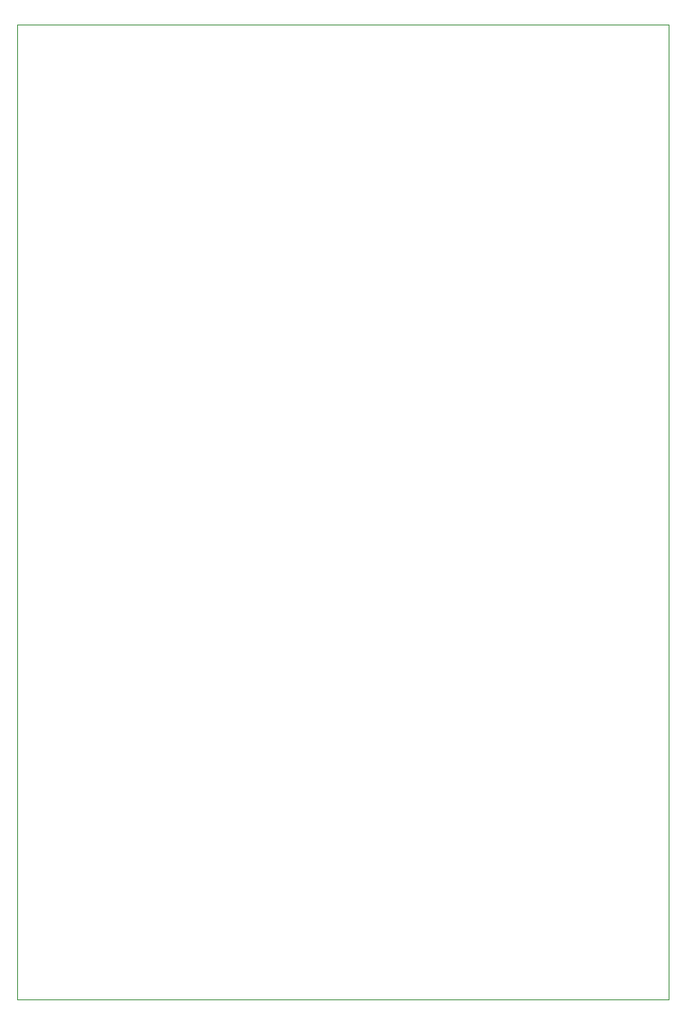
<source format=gbr>
%TF.GenerationSoftware,KiCad,Pcbnew,9.0.3-9.0.3-0~ubuntu24.04.1*%
%TF.CreationDate,2025-07-11T09:40:36-04:00*%
%TF.ProjectId,SO4R_Interlock,534f3452-5f49-46e7-9465-726c6f636b2e,rev?*%
%TF.SameCoordinates,Original*%
%TF.FileFunction,Profile,NP*%
%FSLAX46Y46*%
G04 Gerber Fmt 4.6, Leading zero omitted, Abs format (unit mm)*
G04 Created by KiCad (PCBNEW 9.0.3-9.0.3-0~ubuntu24.04.1) date 2025-07-11 09:40:36*
%MOMM*%
%LPD*%
G01*
G04 APERTURE LIST*
%TA.AperFunction,Profile*%
%ADD10C,0.100000*%
%TD*%
G04 APERTURE END LIST*
D10*
X103200000Y-48010000D02*
X170600000Y-48010000D01*
X170600000Y-148750000D01*
X103200000Y-148750000D01*
X103200000Y-48010000D01*
M02*

</source>
